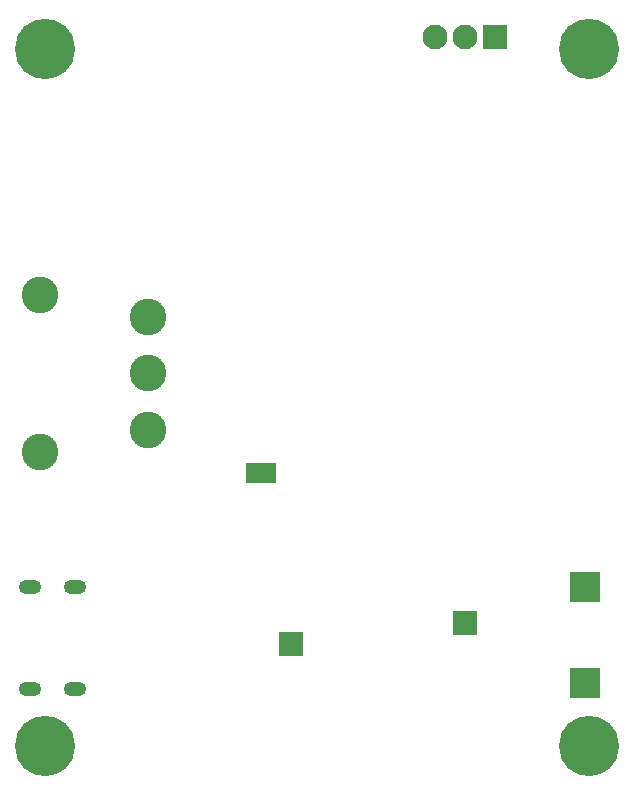
<source format=gbs>
G04*
G04 #@! TF.GenerationSoftware,Altium Limited,Altium Designer,22.1.2 (22)*
G04*
G04 Layer_Color=16711935*
%FSLAX24Y24*%
%MOIN*%
G70*
G04*
G04 #@! TF.SameCoordinates,162C4C40-B8F5-4961-9C55-0291AD4F2388*
G04*
G04*
G04 #@! TF.FilePolarity,Negative*
G04*
G01*
G75*
%ADD58C,0.2008*%
%ADD59C,0.1220*%
%ADD60R,0.0827X0.0827*%
%ADD61C,0.0827*%
%ADD62R,0.0984X0.0984*%
%ADD63O,0.0748X0.0472*%
%ADD64C,0.0276*%
%ADD77R,0.1016X0.0681*%
D58*
X1181Y24409D02*
D03*
X19291D02*
D03*
Y1181D02*
D03*
X1181D02*
D03*
D59*
X998Y16216D02*
D03*
X4620Y15487D02*
D03*
Y13598D02*
D03*
Y11708D02*
D03*
X998Y10980D02*
D03*
D60*
X15164Y5292D02*
D03*
X9361Y4595D02*
D03*
X16160Y24820D02*
D03*
D61*
X15160D02*
D03*
X14160D02*
D03*
D62*
X19164Y6492D02*
D03*
Y3292D02*
D03*
D63*
X674Y6474D02*
D03*
X674Y3073D02*
D03*
X2170Y6474D02*
D03*
Y3073D02*
D03*
D64*
X9164Y4398D02*
D03*
Y4792D02*
D03*
X9557D02*
D03*
Y4398D02*
D03*
X14967Y5095D02*
D03*
Y5489D02*
D03*
X15361D02*
D03*
Y5095D02*
D03*
D77*
X8361Y10295D02*
D03*
M02*

</source>
